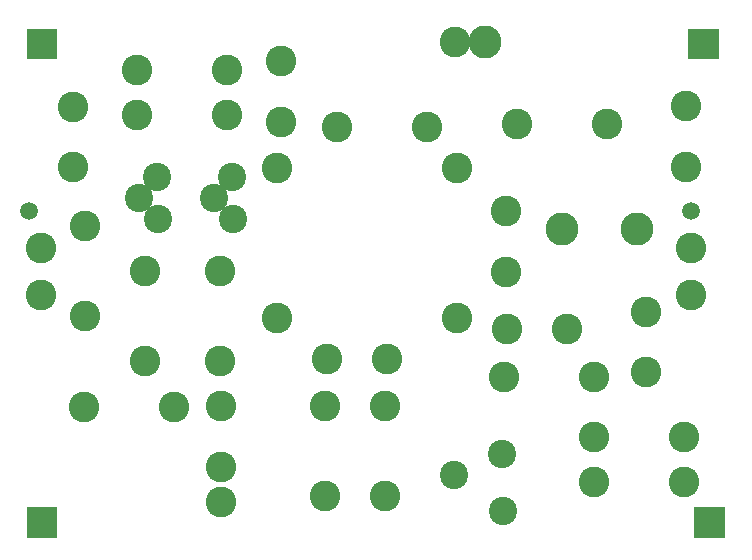
<source format=gbr>
%FSLAX34Y34*%
%MOMM*%
%LNSOLDERMASK_TOP*%
G71*
G01*
%ADD10C,2.600*%
%ADD11C,2.400*%
%ADD12C,2.600*%
%ADD13C,2.800*%
%ADD14C,1.500*%
%LPD*%
X0Y127000D02*
G54D10*
D03*
X152400Y127000D02*
G54D10*
D03*
X0Y0D02*
G54D10*
D03*
X152400Y0D02*
G54D10*
D03*
X-101600Y119000D02*
G54D11*
D03*
X-117500Y101425D02*
G54D11*
D03*
X-101565Y83809D02*
G54D11*
D03*
X-38100Y119000D02*
G54D11*
D03*
X-54000Y101425D02*
G54D11*
D03*
X-38065Y83809D02*
G54D11*
D03*
X-112371Y-36625D02*
G54D10*
D03*
X-112321Y39625D02*
G54D10*
D03*
X-48871Y-36625D02*
G54D10*
D03*
X-48821Y39625D02*
G54D10*
D03*
X190500Y-115950D02*
G54D11*
D03*
X149200Y-133525D02*
G54D11*
D03*
X190535Y-163841D02*
G54D11*
D03*
X-48219Y-75341D02*
G54D10*
D03*
X-48107Y-126322D02*
G54D10*
D03*
X-163660Y-75856D02*
G54D10*
D03*
X-87410Y-75906D02*
G54D10*
D03*
X-163171Y1475D02*
G54D10*
D03*
X-163121Y77725D02*
G54D10*
D03*
X-119210Y209894D02*
G54D10*
D03*
X-42960Y209844D02*
G54D10*
D03*
X-119210Y171794D02*
G54D10*
D03*
X-42960Y171744D02*
G54D10*
D03*
X2581Y216759D02*
G54D10*
D03*
X2693Y165778D02*
G54D10*
D03*
X50380Y160954D02*
G54D10*
D03*
X126630Y160904D02*
G54D10*
D03*
X193081Y89759D02*
G54D10*
D03*
X193193Y38778D02*
G54D10*
D03*
X92572Y-35426D02*
G54D10*
D03*
X41591Y-35539D02*
G54D10*
D03*
X268140Y-101256D02*
G54D10*
D03*
X344390Y-101306D02*
G54D10*
D03*
X90829Y-150925D02*
G54D10*
D03*
X90879Y-74675D02*
G54D10*
D03*
X40029Y-150925D02*
G54D10*
D03*
X40079Y-74675D02*
G54D10*
D03*
X191940Y-50456D02*
G54D10*
D03*
X268190Y-50506D02*
G54D10*
D03*
X268140Y-139356D02*
G54D10*
D03*
X344390Y-139406D02*
G54D10*
D03*
X244972Y-10026D02*
G54D10*
D03*
X193991Y-10139D02*
G54D10*
D03*
X345481Y178659D02*
G54D10*
D03*
X345593Y127678D02*
G54D10*
D03*
X193193Y38778D02*
G54D12*
D03*
X40029Y-150925D02*
G54D12*
D03*
X344390Y-101306D02*
G54D12*
D03*
X344390Y-101306D02*
G54D12*
D03*
X344390Y-139406D02*
G54D12*
D03*
X241300Y74550D02*
G54D13*
D03*
X304800Y74550D02*
G54D13*
D03*
X345593Y127678D02*
G54D12*
D03*
X202472Y163783D02*
G54D10*
D03*
X278722Y163733D02*
G54D10*
D03*
X278722Y163733D02*
G54D10*
D03*
X-163660Y-75856D02*
G54D12*
D03*
X-163171Y1475D02*
G54D12*
D03*
X-173319Y178159D02*
G54D10*
D03*
X-173207Y127178D02*
G54D10*
D03*
X150475Y233175D02*
G54D10*
D03*
X175975Y233175D02*
G54D13*
D03*
X-48107Y-126322D02*
G54D12*
D03*
G36*
X347726Y244487D02*
X373726Y244487D01*
X373726Y218487D01*
X347726Y218487D01*
X347726Y244487D01*
G37*
X-48107Y-156322D02*
G54D12*
D03*
X-199971Y59075D02*
G54D10*
D03*
X-199971Y19075D02*
G54D10*
D03*
X311781Y4659D02*
G54D10*
D03*
X311893Y-46322D02*
G54D10*
D03*
X311893Y-46322D02*
G54D12*
D03*
X350029Y59075D02*
G54D10*
D03*
X350029Y19075D02*
G54D10*
D03*
X-210000Y90000D02*
G54D14*
D03*
X350000Y90000D02*
G54D14*
D03*
G36*
X-212274Y244487D02*
X-186274Y244487D01*
X-186274Y218487D01*
X-212274Y218487D01*
X-212274Y244487D01*
G37*
G36*
X-212274Y-160513D02*
X-186274Y-160513D01*
X-186274Y-186513D01*
X-212274Y-186513D01*
X-212274Y-160513D01*
G37*
G36*
X352726Y-160513D02*
X378726Y-160513D01*
X378726Y-186513D01*
X352726Y-186513D01*
X352726Y-160513D01*
G37*
M02*

</source>
